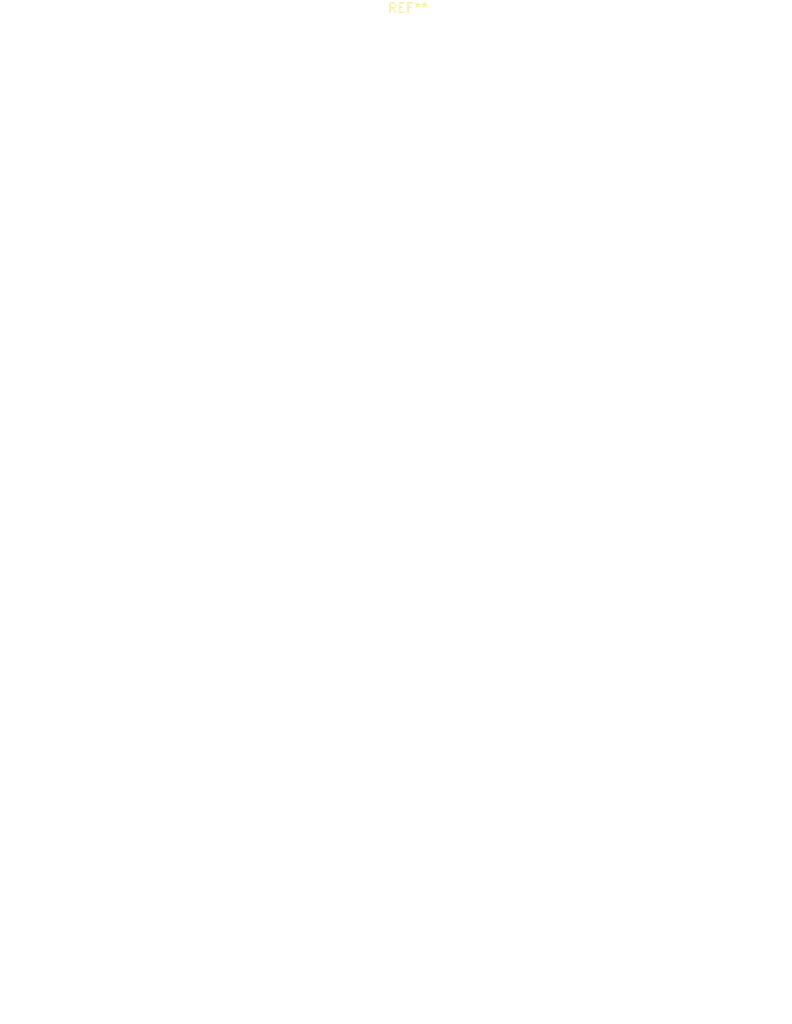
<source format=kicad_pcb>
(kicad_pcb (version 20171130) (host pcbnew 5.1.5-52549c5~84~ubuntu18.04.1)

  (general
    (thickness 1.6)
    (drawings 0)
    (tracks 0)
    (zones 0)
    (modules 1)
    (nets 1)
  )

  (page A4)
  (layers
    (0 F.Cu signal)
    (31 B.Cu signal)
    (32 B.Adhes user)
    (33 F.Adhes user)
    (34 B.Paste user)
    (35 F.Paste user)
    (36 B.SilkS user)
    (37 F.SilkS user)
    (38 B.Mask user)
    (39 F.Mask user)
    (40 Dwgs.User user)
    (41 Cmts.User user)
    (42 Eco1.User user)
    (43 Eco2.User user)
    (44 Edge.Cuts user)
    (45 Margin user)
    (46 B.CrtYd user)
    (47 F.CrtYd user)
    (48 B.Fab user)
    (49 F.Fab user)
  )

  (setup
    (last_trace_width 0.25)
    (trace_clearance 0.2)
    (zone_clearance 0.508)
    (zone_45_only no)
    (trace_min 0.2)
    (via_size 0.8)
    (via_drill 0.4)
    (via_min_size 0.4)
    (via_min_drill 0.3)
    (uvia_size 0.3)
    (uvia_drill 0.1)
    (uvias_allowed no)
    (uvia_min_size 0.2)
    (uvia_min_drill 0.1)
    (edge_width 0.05)
    (segment_width 0.2)
    (pcb_text_width 0.3)
    (pcb_text_size 1.5 1.5)
    (mod_edge_width 0.12)
    (mod_text_size 1 1)
    (mod_text_width 0.15)
    (pad_size 1.524 1.524)
    (pad_drill 0.762)
    (pad_to_mask_clearance 0.051)
    (solder_mask_min_width 0.25)
    (aux_axis_origin 0 0)
    (visible_elements FFFFFF7F)
    (pcbplotparams
      (layerselection 0x010fc_ffffffff)
      (usegerberextensions false)
      (usegerberattributes false)
      (usegerberadvancedattributes false)
      (creategerberjobfile false)
      (excludeedgelayer true)
      (linewidth 0.100000)
      (plotframeref false)
      (viasonmask false)
      (mode 1)
      (useauxorigin false)
      (hpglpennumber 1)
      (hpglpenspeed 20)
      (hpglpendiameter 15.000000)
      (psnegative false)
      (psa4output false)
      (plotreference true)
      (plotvalue true)
      (plotinvisibletext false)
      (padsonsilk false)
      (subtractmaskfromsilk false)
      (outputformat 1)
      (mirror false)
      (drillshape 1)
      (scaleselection 1)
      (outputdirectory ""))
  )

  (net 0 "")

  (net_class Default "This is the default net class."
    (clearance 0.2)
    (trace_width 0.25)
    (via_dia 0.8)
    (via_drill 0.4)
    (uvia_dia 0.3)
    (uvia_drill 0.1)
  )

  (module Hammond1590:1590BB locked (layer F.Cu) (tedit 5E77C0E3) (tstamp 5E782CDC)
    (at 141.732 100.076)
    (descr "Inside Lid Width and Inside Box Height - https://www.hammfg.com/files/parts/pdf/1590BB.pdf")
    (fp_text reference REF** (at 1.27 -56.134) (layer F.SilkS)
      (effects (font (size 1 1) (thickness 0.15)))
    )
    (fp_text value 1590BB (at 1.016 -54.102) (layer F.Fab)
      (effects (font (size 1 1) (thickness 0.15)))
    )
    (fp_line (start 42.037 51.689) (end 42.037 -51.308) (layer Dwgs.User) (width 0.12))
    (fp_line (start -42.037 51.689) (end -42.037 -51.308) (layer Dwgs.User) (width 0.12))
    (fp_line (start -42.037 51.689) (end 42.037 51.689) (layer Dwgs.User) (width 0.12))
    (fp_line (start -42.037 -51.308) (end 42.037 -51.308) (layer Dwgs.User) (width 0.12))
  )

)

</source>
